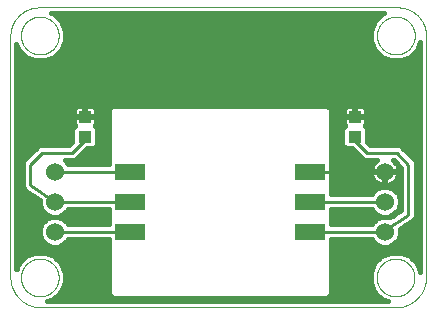
<source format=gtl>
G75*
%MOIN*%
%OFA0B0*%
%FSLAX25Y25*%
%IPPOS*%
%LPD*%
%AMOC8*
5,1,8,0,0,1.08239X$1,22.5*
%
%ADD10C,0.00000*%
%ADD11C,0.06000*%
%ADD12R,0.04331X0.03937*%
%ADD13R,0.10000X0.05512*%
%ADD14C,0.01000*%
%ADD15C,0.01600*%
%ADD16C,0.00984*%
D10*
X0012233Y0001485D02*
X0130343Y0001485D01*
X0124084Y0011485D02*
X0124086Y0011643D01*
X0124092Y0011801D01*
X0124102Y0011959D01*
X0124116Y0012117D01*
X0124134Y0012274D01*
X0124155Y0012431D01*
X0124181Y0012587D01*
X0124211Y0012743D01*
X0124244Y0012898D01*
X0124282Y0013051D01*
X0124323Y0013204D01*
X0124368Y0013356D01*
X0124417Y0013507D01*
X0124470Y0013656D01*
X0124526Y0013804D01*
X0124586Y0013950D01*
X0124650Y0014095D01*
X0124718Y0014238D01*
X0124789Y0014380D01*
X0124863Y0014520D01*
X0124941Y0014657D01*
X0125023Y0014793D01*
X0125107Y0014927D01*
X0125196Y0015058D01*
X0125287Y0015187D01*
X0125382Y0015314D01*
X0125479Y0015439D01*
X0125580Y0015561D01*
X0125684Y0015680D01*
X0125791Y0015797D01*
X0125901Y0015911D01*
X0126014Y0016022D01*
X0126129Y0016131D01*
X0126247Y0016236D01*
X0126368Y0016338D01*
X0126491Y0016438D01*
X0126617Y0016534D01*
X0126745Y0016627D01*
X0126875Y0016717D01*
X0127008Y0016803D01*
X0127143Y0016887D01*
X0127279Y0016966D01*
X0127418Y0017043D01*
X0127559Y0017115D01*
X0127701Y0017185D01*
X0127845Y0017250D01*
X0127991Y0017312D01*
X0128138Y0017370D01*
X0128287Y0017425D01*
X0128437Y0017476D01*
X0128588Y0017523D01*
X0128740Y0017566D01*
X0128893Y0017605D01*
X0129048Y0017641D01*
X0129203Y0017672D01*
X0129359Y0017700D01*
X0129515Y0017724D01*
X0129672Y0017744D01*
X0129830Y0017760D01*
X0129987Y0017772D01*
X0130146Y0017780D01*
X0130304Y0017784D01*
X0130462Y0017784D01*
X0130620Y0017780D01*
X0130779Y0017772D01*
X0130936Y0017760D01*
X0131094Y0017744D01*
X0131251Y0017724D01*
X0131407Y0017700D01*
X0131563Y0017672D01*
X0131718Y0017641D01*
X0131873Y0017605D01*
X0132026Y0017566D01*
X0132178Y0017523D01*
X0132329Y0017476D01*
X0132479Y0017425D01*
X0132628Y0017370D01*
X0132775Y0017312D01*
X0132921Y0017250D01*
X0133065Y0017185D01*
X0133207Y0017115D01*
X0133348Y0017043D01*
X0133487Y0016966D01*
X0133623Y0016887D01*
X0133758Y0016803D01*
X0133891Y0016717D01*
X0134021Y0016627D01*
X0134149Y0016534D01*
X0134275Y0016438D01*
X0134398Y0016338D01*
X0134519Y0016236D01*
X0134637Y0016131D01*
X0134752Y0016022D01*
X0134865Y0015911D01*
X0134975Y0015797D01*
X0135082Y0015680D01*
X0135186Y0015561D01*
X0135287Y0015439D01*
X0135384Y0015314D01*
X0135479Y0015187D01*
X0135570Y0015058D01*
X0135659Y0014927D01*
X0135743Y0014793D01*
X0135825Y0014657D01*
X0135903Y0014520D01*
X0135977Y0014380D01*
X0136048Y0014238D01*
X0136116Y0014095D01*
X0136180Y0013950D01*
X0136240Y0013804D01*
X0136296Y0013656D01*
X0136349Y0013507D01*
X0136398Y0013356D01*
X0136443Y0013204D01*
X0136484Y0013051D01*
X0136522Y0012898D01*
X0136555Y0012743D01*
X0136585Y0012587D01*
X0136611Y0012431D01*
X0136632Y0012274D01*
X0136650Y0012117D01*
X0136664Y0011959D01*
X0136674Y0011801D01*
X0136680Y0011643D01*
X0136682Y0011485D01*
X0136680Y0011327D01*
X0136674Y0011169D01*
X0136664Y0011011D01*
X0136650Y0010853D01*
X0136632Y0010696D01*
X0136611Y0010539D01*
X0136585Y0010383D01*
X0136555Y0010227D01*
X0136522Y0010072D01*
X0136484Y0009919D01*
X0136443Y0009766D01*
X0136398Y0009614D01*
X0136349Y0009463D01*
X0136296Y0009314D01*
X0136240Y0009166D01*
X0136180Y0009020D01*
X0136116Y0008875D01*
X0136048Y0008732D01*
X0135977Y0008590D01*
X0135903Y0008450D01*
X0135825Y0008313D01*
X0135743Y0008177D01*
X0135659Y0008043D01*
X0135570Y0007912D01*
X0135479Y0007783D01*
X0135384Y0007656D01*
X0135287Y0007531D01*
X0135186Y0007409D01*
X0135082Y0007290D01*
X0134975Y0007173D01*
X0134865Y0007059D01*
X0134752Y0006948D01*
X0134637Y0006839D01*
X0134519Y0006734D01*
X0134398Y0006632D01*
X0134275Y0006532D01*
X0134149Y0006436D01*
X0134021Y0006343D01*
X0133891Y0006253D01*
X0133758Y0006167D01*
X0133623Y0006083D01*
X0133487Y0006004D01*
X0133348Y0005927D01*
X0133207Y0005855D01*
X0133065Y0005785D01*
X0132921Y0005720D01*
X0132775Y0005658D01*
X0132628Y0005600D01*
X0132479Y0005545D01*
X0132329Y0005494D01*
X0132178Y0005447D01*
X0132026Y0005404D01*
X0131873Y0005365D01*
X0131718Y0005329D01*
X0131563Y0005298D01*
X0131407Y0005270D01*
X0131251Y0005246D01*
X0131094Y0005226D01*
X0130936Y0005210D01*
X0130779Y0005198D01*
X0130620Y0005190D01*
X0130462Y0005186D01*
X0130304Y0005186D01*
X0130146Y0005190D01*
X0129987Y0005198D01*
X0129830Y0005210D01*
X0129672Y0005226D01*
X0129515Y0005246D01*
X0129359Y0005270D01*
X0129203Y0005298D01*
X0129048Y0005329D01*
X0128893Y0005365D01*
X0128740Y0005404D01*
X0128588Y0005447D01*
X0128437Y0005494D01*
X0128287Y0005545D01*
X0128138Y0005600D01*
X0127991Y0005658D01*
X0127845Y0005720D01*
X0127701Y0005785D01*
X0127559Y0005855D01*
X0127418Y0005927D01*
X0127279Y0006004D01*
X0127143Y0006083D01*
X0127008Y0006167D01*
X0126875Y0006253D01*
X0126745Y0006343D01*
X0126617Y0006436D01*
X0126491Y0006532D01*
X0126368Y0006632D01*
X0126247Y0006734D01*
X0126129Y0006839D01*
X0126014Y0006948D01*
X0125901Y0007059D01*
X0125791Y0007173D01*
X0125684Y0007290D01*
X0125580Y0007409D01*
X0125479Y0007531D01*
X0125382Y0007656D01*
X0125287Y0007783D01*
X0125196Y0007912D01*
X0125107Y0008043D01*
X0125023Y0008177D01*
X0124941Y0008313D01*
X0124863Y0008450D01*
X0124789Y0008590D01*
X0124718Y0008732D01*
X0124650Y0008875D01*
X0124586Y0009020D01*
X0124526Y0009166D01*
X0124470Y0009314D01*
X0124417Y0009463D01*
X0124368Y0009614D01*
X0124323Y0009766D01*
X0124282Y0009919D01*
X0124244Y0010072D01*
X0124211Y0010227D01*
X0124181Y0010383D01*
X0124155Y0010539D01*
X0124134Y0010696D01*
X0124116Y0010853D01*
X0124102Y0011011D01*
X0124092Y0011169D01*
X0124086Y0011327D01*
X0124084Y0011485D01*
X0130343Y0001485D02*
X0130590Y0001488D01*
X0130838Y0001497D01*
X0131084Y0001512D01*
X0131331Y0001533D01*
X0131577Y0001560D01*
X0131822Y0001592D01*
X0132066Y0001631D01*
X0132310Y0001676D01*
X0132552Y0001726D01*
X0132793Y0001782D01*
X0133032Y0001845D01*
X0133270Y0001912D01*
X0133506Y0001986D01*
X0133740Y0002065D01*
X0133973Y0002150D01*
X0134203Y0002241D01*
X0134431Y0002337D01*
X0134656Y0002438D01*
X0134880Y0002545D01*
X0135100Y0002657D01*
X0135318Y0002775D01*
X0135532Y0002898D01*
X0135744Y0003026D01*
X0135952Y0003159D01*
X0136158Y0003297D01*
X0136360Y0003440D01*
X0136558Y0003588D01*
X0136753Y0003740D01*
X0136944Y0003897D01*
X0137131Y0004059D01*
X0137314Y0004225D01*
X0137493Y0004396D01*
X0137668Y0004571D01*
X0137839Y0004750D01*
X0138005Y0004933D01*
X0138167Y0005120D01*
X0138324Y0005311D01*
X0138476Y0005506D01*
X0138624Y0005704D01*
X0138767Y0005906D01*
X0138905Y0006112D01*
X0139038Y0006320D01*
X0139166Y0006532D01*
X0139289Y0006746D01*
X0139407Y0006964D01*
X0139519Y0007184D01*
X0139626Y0007408D01*
X0139727Y0007633D01*
X0139823Y0007861D01*
X0139914Y0008091D01*
X0139999Y0008324D01*
X0140078Y0008558D01*
X0140152Y0008794D01*
X0140219Y0009032D01*
X0140282Y0009271D01*
X0140338Y0009512D01*
X0140388Y0009754D01*
X0140433Y0009998D01*
X0140472Y0010242D01*
X0140504Y0010487D01*
X0140531Y0010733D01*
X0140552Y0010980D01*
X0140567Y0011226D01*
X0140576Y0011474D01*
X0140579Y0011721D01*
X0140580Y0011721D02*
X0140580Y0092036D01*
X0140579Y0092036D02*
X0140576Y0092266D01*
X0140568Y0092496D01*
X0140554Y0092726D01*
X0140534Y0092955D01*
X0140509Y0093184D01*
X0140479Y0093412D01*
X0140442Y0093639D01*
X0140401Y0093865D01*
X0140354Y0094091D01*
X0140301Y0094315D01*
X0140243Y0094537D01*
X0140180Y0094758D01*
X0140111Y0094978D01*
X0140037Y0095196D01*
X0139957Y0095412D01*
X0139873Y0095626D01*
X0139783Y0095838D01*
X0139688Y0096047D01*
X0139588Y0096255D01*
X0139484Y0096460D01*
X0139374Y0096662D01*
X0139259Y0096861D01*
X0139139Y0097058D01*
X0139015Y0097251D01*
X0138886Y0097442D01*
X0138753Y0097629D01*
X0138615Y0097814D01*
X0138472Y0097994D01*
X0138325Y0098171D01*
X0138174Y0098345D01*
X0138019Y0098515D01*
X0137860Y0098681D01*
X0137697Y0098843D01*
X0137529Y0099001D01*
X0137358Y0099155D01*
X0137184Y0099305D01*
X0137006Y0099451D01*
X0136824Y0099592D01*
X0136639Y0099728D01*
X0136450Y0099861D01*
X0136259Y0099988D01*
X0136064Y0100111D01*
X0135867Y0100229D01*
X0135667Y0100342D01*
X0135464Y0100451D01*
X0135258Y0100554D01*
X0135050Y0100653D01*
X0134840Y0100746D01*
X0134627Y0100834D01*
X0134413Y0100917D01*
X0134196Y0100995D01*
X0133978Y0101068D01*
X0133758Y0101135D01*
X0133536Y0101197D01*
X0133313Y0101253D01*
X0133089Y0101304D01*
X0132863Y0101350D01*
X0132636Y0101390D01*
X0132409Y0101424D01*
X0132181Y0101453D01*
X0131952Y0101477D01*
X0131722Y0101495D01*
X0131493Y0101507D01*
X0131263Y0101514D01*
X0131032Y0101515D01*
X0130802Y0101510D01*
X0130572Y0101500D01*
X0130343Y0101485D01*
X0011446Y0101485D01*
X0005501Y0092115D02*
X0005503Y0092273D01*
X0005509Y0092431D01*
X0005519Y0092589D01*
X0005533Y0092747D01*
X0005551Y0092904D01*
X0005572Y0093061D01*
X0005598Y0093217D01*
X0005628Y0093373D01*
X0005661Y0093528D01*
X0005699Y0093681D01*
X0005740Y0093834D01*
X0005785Y0093986D01*
X0005834Y0094137D01*
X0005887Y0094286D01*
X0005943Y0094434D01*
X0006003Y0094580D01*
X0006067Y0094725D01*
X0006135Y0094868D01*
X0006206Y0095010D01*
X0006280Y0095150D01*
X0006358Y0095287D01*
X0006440Y0095423D01*
X0006524Y0095557D01*
X0006613Y0095688D01*
X0006704Y0095817D01*
X0006799Y0095944D01*
X0006896Y0096069D01*
X0006997Y0096191D01*
X0007101Y0096310D01*
X0007208Y0096427D01*
X0007318Y0096541D01*
X0007431Y0096652D01*
X0007546Y0096761D01*
X0007664Y0096866D01*
X0007785Y0096968D01*
X0007908Y0097068D01*
X0008034Y0097164D01*
X0008162Y0097257D01*
X0008292Y0097347D01*
X0008425Y0097433D01*
X0008560Y0097517D01*
X0008696Y0097596D01*
X0008835Y0097673D01*
X0008976Y0097745D01*
X0009118Y0097815D01*
X0009262Y0097880D01*
X0009408Y0097942D01*
X0009555Y0098000D01*
X0009704Y0098055D01*
X0009854Y0098106D01*
X0010005Y0098153D01*
X0010157Y0098196D01*
X0010310Y0098235D01*
X0010465Y0098271D01*
X0010620Y0098302D01*
X0010776Y0098330D01*
X0010932Y0098354D01*
X0011089Y0098374D01*
X0011247Y0098390D01*
X0011404Y0098402D01*
X0011563Y0098410D01*
X0011721Y0098414D01*
X0011879Y0098414D01*
X0012037Y0098410D01*
X0012196Y0098402D01*
X0012353Y0098390D01*
X0012511Y0098374D01*
X0012668Y0098354D01*
X0012824Y0098330D01*
X0012980Y0098302D01*
X0013135Y0098271D01*
X0013290Y0098235D01*
X0013443Y0098196D01*
X0013595Y0098153D01*
X0013746Y0098106D01*
X0013896Y0098055D01*
X0014045Y0098000D01*
X0014192Y0097942D01*
X0014338Y0097880D01*
X0014482Y0097815D01*
X0014624Y0097745D01*
X0014765Y0097673D01*
X0014904Y0097596D01*
X0015040Y0097517D01*
X0015175Y0097433D01*
X0015308Y0097347D01*
X0015438Y0097257D01*
X0015566Y0097164D01*
X0015692Y0097068D01*
X0015815Y0096968D01*
X0015936Y0096866D01*
X0016054Y0096761D01*
X0016169Y0096652D01*
X0016282Y0096541D01*
X0016392Y0096427D01*
X0016499Y0096310D01*
X0016603Y0096191D01*
X0016704Y0096069D01*
X0016801Y0095944D01*
X0016896Y0095817D01*
X0016987Y0095688D01*
X0017076Y0095557D01*
X0017160Y0095423D01*
X0017242Y0095287D01*
X0017320Y0095150D01*
X0017394Y0095010D01*
X0017465Y0094868D01*
X0017533Y0094725D01*
X0017597Y0094580D01*
X0017657Y0094434D01*
X0017713Y0094286D01*
X0017766Y0094137D01*
X0017815Y0093986D01*
X0017860Y0093834D01*
X0017901Y0093681D01*
X0017939Y0093528D01*
X0017972Y0093373D01*
X0018002Y0093217D01*
X0018028Y0093061D01*
X0018049Y0092904D01*
X0018067Y0092747D01*
X0018081Y0092589D01*
X0018091Y0092431D01*
X0018097Y0092273D01*
X0018099Y0092115D01*
X0018097Y0091957D01*
X0018091Y0091799D01*
X0018081Y0091641D01*
X0018067Y0091483D01*
X0018049Y0091326D01*
X0018028Y0091169D01*
X0018002Y0091013D01*
X0017972Y0090857D01*
X0017939Y0090702D01*
X0017901Y0090549D01*
X0017860Y0090396D01*
X0017815Y0090244D01*
X0017766Y0090093D01*
X0017713Y0089944D01*
X0017657Y0089796D01*
X0017597Y0089650D01*
X0017533Y0089505D01*
X0017465Y0089362D01*
X0017394Y0089220D01*
X0017320Y0089080D01*
X0017242Y0088943D01*
X0017160Y0088807D01*
X0017076Y0088673D01*
X0016987Y0088542D01*
X0016896Y0088413D01*
X0016801Y0088286D01*
X0016704Y0088161D01*
X0016603Y0088039D01*
X0016499Y0087920D01*
X0016392Y0087803D01*
X0016282Y0087689D01*
X0016169Y0087578D01*
X0016054Y0087469D01*
X0015936Y0087364D01*
X0015815Y0087262D01*
X0015692Y0087162D01*
X0015566Y0087066D01*
X0015438Y0086973D01*
X0015308Y0086883D01*
X0015175Y0086797D01*
X0015040Y0086713D01*
X0014904Y0086634D01*
X0014765Y0086557D01*
X0014624Y0086485D01*
X0014482Y0086415D01*
X0014338Y0086350D01*
X0014192Y0086288D01*
X0014045Y0086230D01*
X0013896Y0086175D01*
X0013746Y0086124D01*
X0013595Y0086077D01*
X0013443Y0086034D01*
X0013290Y0085995D01*
X0013135Y0085959D01*
X0012980Y0085928D01*
X0012824Y0085900D01*
X0012668Y0085876D01*
X0012511Y0085856D01*
X0012353Y0085840D01*
X0012196Y0085828D01*
X0012037Y0085820D01*
X0011879Y0085816D01*
X0011721Y0085816D01*
X0011563Y0085820D01*
X0011404Y0085828D01*
X0011247Y0085840D01*
X0011089Y0085856D01*
X0010932Y0085876D01*
X0010776Y0085900D01*
X0010620Y0085928D01*
X0010465Y0085959D01*
X0010310Y0085995D01*
X0010157Y0086034D01*
X0010005Y0086077D01*
X0009854Y0086124D01*
X0009704Y0086175D01*
X0009555Y0086230D01*
X0009408Y0086288D01*
X0009262Y0086350D01*
X0009118Y0086415D01*
X0008976Y0086485D01*
X0008835Y0086557D01*
X0008696Y0086634D01*
X0008560Y0086713D01*
X0008425Y0086797D01*
X0008292Y0086883D01*
X0008162Y0086973D01*
X0008034Y0087066D01*
X0007908Y0087162D01*
X0007785Y0087262D01*
X0007664Y0087364D01*
X0007546Y0087469D01*
X0007431Y0087578D01*
X0007318Y0087689D01*
X0007208Y0087803D01*
X0007101Y0087920D01*
X0006997Y0088039D01*
X0006896Y0088161D01*
X0006799Y0088286D01*
X0006704Y0088413D01*
X0006613Y0088542D01*
X0006524Y0088673D01*
X0006440Y0088807D01*
X0006358Y0088943D01*
X0006280Y0089080D01*
X0006206Y0089220D01*
X0006135Y0089362D01*
X0006067Y0089505D01*
X0006003Y0089650D01*
X0005943Y0089796D01*
X0005887Y0089944D01*
X0005834Y0090093D01*
X0005785Y0090244D01*
X0005740Y0090396D01*
X0005699Y0090549D01*
X0005661Y0090702D01*
X0005628Y0090857D01*
X0005598Y0091013D01*
X0005572Y0091169D01*
X0005551Y0091326D01*
X0005533Y0091483D01*
X0005519Y0091641D01*
X0005509Y0091799D01*
X0005503Y0091957D01*
X0005501Y0092115D01*
X0001997Y0092036D02*
X0001997Y0011721D01*
X0005501Y0011485D02*
X0005503Y0011643D01*
X0005509Y0011801D01*
X0005519Y0011959D01*
X0005533Y0012117D01*
X0005551Y0012274D01*
X0005572Y0012431D01*
X0005598Y0012587D01*
X0005628Y0012743D01*
X0005661Y0012898D01*
X0005699Y0013051D01*
X0005740Y0013204D01*
X0005785Y0013356D01*
X0005834Y0013507D01*
X0005887Y0013656D01*
X0005943Y0013804D01*
X0006003Y0013950D01*
X0006067Y0014095D01*
X0006135Y0014238D01*
X0006206Y0014380D01*
X0006280Y0014520D01*
X0006358Y0014657D01*
X0006440Y0014793D01*
X0006524Y0014927D01*
X0006613Y0015058D01*
X0006704Y0015187D01*
X0006799Y0015314D01*
X0006896Y0015439D01*
X0006997Y0015561D01*
X0007101Y0015680D01*
X0007208Y0015797D01*
X0007318Y0015911D01*
X0007431Y0016022D01*
X0007546Y0016131D01*
X0007664Y0016236D01*
X0007785Y0016338D01*
X0007908Y0016438D01*
X0008034Y0016534D01*
X0008162Y0016627D01*
X0008292Y0016717D01*
X0008425Y0016803D01*
X0008560Y0016887D01*
X0008696Y0016966D01*
X0008835Y0017043D01*
X0008976Y0017115D01*
X0009118Y0017185D01*
X0009262Y0017250D01*
X0009408Y0017312D01*
X0009555Y0017370D01*
X0009704Y0017425D01*
X0009854Y0017476D01*
X0010005Y0017523D01*
X0010157Y0017566D01*
X0010310Y0017605D01*
X0010465Y0017641D01*
X0010620Y0017672D01*
X0010776Y0017700D01*
X0010932Y0017724D01*
X0011089Y0017744D01*
X0011247Y0017760D01*
X0011404Y0017772D01*
X0011563Y0017780D01*
X0011721Y0017784D01*
X0011879Y0017784D01*
X0012037Y0017780D01*
X0012196Y0017772D01*
X0012353Y0017760D01*
X0012511Y0017744D01*
X0012668Y0017724D01*
X0012824Y0017700D01*
X0012980Y0017672D01*
X0013135Y0017641D01*
X0013290Y0017605D01*
X0013443Y0017566D01*
X0013595Y0017523D01*
X0013746Y0017476D01*
X0013896Y0017425D01*
X0014045Y0017370D01*
X0014192Y0017312D01*
X0014338Y0017250D01*
X0014482Y0017185D01*
X0014624Y0017115D01*
X0014765Y0017043D01*
X0014904Y0016966D01*
X0015040Y0016887D01*
X0015175Y0016803D01*
X0015308Y0016717D01*
X0015438Y0016627D01*
X0015566Y0016534D01*
X0015692Y0016438D01*
X0015815Y0016338D01*
X0015936Y0016236D01*
X0016054Y0016131D01*
X0016169Y0016022D01*
X0016282Y0015911D01*
X0016392Y0015797D01*
X0016499Y0015680D01*
X0016603Y0015561D01*
X0016704Y0015439D01*
X0016801Y0015314D01*
X0016896Y0015187D01*
X0016987Y0015058D01*
X0017076Y0014927D01*
X0017160Y0014793D01*
X0017242Y0014657D01*
X0017320Y0014520D01*
X0017394Y0014380D01*
X0017465Y0014238D01*
X0017533Y0014095D01*
X0017597Y0013950D01*
X0017657Y0013804D01*
X0017713Y0013656D01*
X0017766Y0013507D01*
X0017815Y0013356D01*
X0017860Y0013204D01*
X0017901Y0013051D01*
X0017939Y0012898D01*
X0017972Y0012743D01*
X0018002Y0012587D01*
X0018028Y0012431D01*
X0018049Y0012274D01*
X0018067Y0012117D01*
X0018081Y0011959D01*
X0018091Y0011801D01*
X0018097Y0011643D01*
X0018099Y0011485D01*
X0018097Y0011327D01*
X0018091Y0011169D01*
X0018081Y0011011D01*
X0018067Y0010853D01*
X0018049Y0010696D01*
X0018028Y0010539D01*
X0018002Y0010383D01*
X0017972Y0010227D01*
X0017939Y0010072D01*
X0017901Y0009919D01*
X0017860Y0009766D01*
X0017815Y0009614D01*
X0017766Y0009463D01*
X0017713Y0009314D01*
X0017657Y0009166D01*
X0017597Y0009020D01*
X0017533Y0008875D01*
X0017465Y0008732D01*
X0017394Y0008590D01*
X0017320Y0008450D01*
X0017242Y0008313D01*
X0017160Y0008177D01*
X0017076Y0008043D01*
X0016987Y0007912D01*
X0016896Y0007783D01*
X0016801Y0007656D01*
X0016704Y0007531D01*
X0016603Y0007409D01*
X0016499Y0007290D01*
X0016392Y0007173D01*
X0016282Y0007059D01*
X0016169Y0006948D01*
X0016054Y0006839D01*
X0015936Y0006734D01*
X0015815Y0006632D01*
X0015692Y0006532D01*
X0015566Y0006436D01*
X0015438Y0006343D01*
X0015308Y0006253D01*
X0015175Y0006167D01*
X0015040Y0006083D01*
X0014904Y0006004D01*
X0014765Y0005927D01*
X0014624Y0005855D01*
X0014482Y0005785D01*
X0014338Y0005720D01*
X0014192Y0005658D01*
X0014045Y0005600D01*
X0013896Y0005545D01*
X0013746Y0005494D01*
X0013595Y0005447D01*
X0013443Y0005404D01*
X0013290Y0005365D01*
X0013135Y0005329D01*
X0012980Y0005298D01*
X0012824Y0005270D01*
X0012668Y0005246D01*
X0012511Y0005226D01*
X0012353Y0005210D01*
X0012196Y0005198D01*
X0012037Y0005190D01*
X0011879Y0005186D01*
X0011721Y0005186D01*
X0011563Y0005190D01*
X0011404Y0005198D01*
X0011247Y0005210D01*
X0011089Y0005226D01*
X0010932Y0005246D01*
X0010776Y0005270D01*
X0010620Y0005298D01*
X0010465Y0005329D01*
X0010310Y0005365D01*
X0010157Y0005404D01*
X0010005Y0005447D01*
X0009854Y0005494D01*
X0009704Y0005545D01*
X0009555Y0005600D01*
X0009408Y0005658D01*
X0009262Y0005720D01*
X0009118Y0005785D01*
X0008976Y0005855D01*
X0008835Y0005927D01*
X0008696Y0006004D01*
X0008560Y0006083D01*
X0008425Y0006167D01*
X0008292Y0006253D01*
X0008162Y0006343D01*
X0008034Y0006436D01*
X0007908Y0006532D01*
X0007785Y0006632D01*
X0007664Y0006734D01*
X0007546Y0006839D01*
X0007431Y0006948D01*
X0007318Y0007059D01*
X0007208Y0007173D01*
X0007101Y0007290D01*
X0006997Y0007409D01*
X0006896Y0007531D01*
X0006799Y0007656D01*
X0006704Y0007783D01*
X0006613Y0007912D01*
X0006524Y0008043D01*
X0006440Y0008177D01*
X0006358Y0008313D01*
X0006280Y0008450D01*
X0006206Y0008590D01*
X0006135Y0008732D01*
X0006067Y0008875D01*
X0006003Y0009020D01*
X0005943Y0009166D01*
X0005887Y0009314D01*
X0005834Y0009463D01*
X0005785Y0009614D01*
X0005740Y0009766D01*
X0005699Y0009919D01*
X0005661Y0010072D01*
X0005628Y0010227D01*
X0005598Y0010383D01*
X0005572Y0010539D01*
X0005551Y0010696D01*
X0005533Y0010853D01*
X0005519Y0011011D01*
X0005509Y0011169D01*
X0005503Y0011327D01*
X0005501Y0011485D01*
X0001997Y0011721D02*
X0002000Y0011474D01*
X0002009Y0011226D01*
X0002024Y0010980D01*
X0002045Y0010733D01*
X0002072Y0010487D01*
X0002104Y0010242D01*
X0002143Y0009998D01*
X0002188Y0009754D01*
X0002238Y0009512D01*
X0002294Y0009271D01*
X0002357Y0009032D01*
X0002424Y0008794D01*
X0002498Y0008558D01*
X0002577Y0008324D01*
X0002662Y0008091D01*
X0002753Y0007861D01*
X0002849Y0007633D01*
X0002950Y0007408D01*
X0003057Y0007184D01*
X0003169Y0006964D01*
X0003287Y0006746D01*
X0003410Y0006532D01*
X0003538Y0006320D01*
X0003671Y0006112D01*
X0003809Y0005906D01*
X0003952Y0005704D01*
X0004100Y0005506D01*
X0004252Y0005311D01*
X0004409Y0005120D01*
X0004571Y0004933D01*
X0004737Y0004750D01*
X0004908Y0004571D01*
X0005083Y0004396D01*
X0005262Y0004225D01*
X0005445Y0004059D01*
X0005632Y0003897D01*
X0005823Y0003740D01*
X0006018Y0003588D01*
X0006216Y0003440D01*
X0006418Y0003297D01*
X0006624Y0003159D01*
X0006832Y0003026D01*
X0007044Y0002898D01*
X0007258Y0002775D01*
X0007476Y0002657D01*
X0007696Y0002545D01*
X0007920Y0002438D01*
X0008145Y0002337D01*
X0008373Y0002241D01*
X0008603Y0002150D01*
X0008836Y0002065D01*
X0009070Y0001986D01*
X0009306Y0001912D01*
X0009544Y0001845D01*
X0009783Y0001782D01*
X0010024Y0001726D01*
X0010266Y0001676D01*
X0010510Y0001631D01*
X0010754Y0001592D01*
X0010999Y0001560D01*
X0011245Y0001533D01*
X0011492Y0001512D01*
X0011738Y0001497D01*
X0011986Y0001488D01*
X0012233Y0001485D01*
X0001997Y0092036D02*
X0002000Y0092264D01*
X0002008Y0092493D01*
X0002022Y0092720D01*
X0002041Y0092948D01*
X0002066Y0093175D01*
X0002096Y0093401D01*
X0002132Y0093627D01*
X0002173Y0093851D01*
X0002220Y0094075D01*
X0002272Y0094297D01*
X0002329Y0094518D01*
X0002392Y0094738D01*
X0002459Y0094956D01*
X0002533Y0095172D01*
X0002611Y0095387D01*
X0002695Y0095599D01*
X0002783Y0095810D01*
X0002877Y0096018D01*
X0002976Y0096224D01*
X0003079Y0096427D01*
X0003188Y0096628D01*
X0003301Y0096826D01*
X0003419Y0097022D01*
X0003542Y0097214D01*
X0003670Y0097404D01*
X0003802Y0097590D01*
X0003938Y0097773D01*
X0004079Y0097953D01*
X0004224Y0098129D01*
X0004373Y0098302D01*
X0004527Y0098471D01*
X0004684Y0098636D01*
X0004846Y0098798D01*
X0005011Y0098955D01*
X0005180Y0099109D01*
X0005353Y0099258D01*
X0005529Y0099403D01*
X0005709Y0099544D01*
X0005892Y0099680D01*
X0006078Y0099812D01*
X0006268Y0099940D01*
X0006460Y0100063D01*
X0006656Y0100181D01*
X0006854Y0100294D01*
X0007055Y0100403D01*
X0007258Y0100506D01*
X0007464Y0100605D01*
X0007672Y0100699D01*
X0007883Y0100787D01*
X0008095Y0100871D01*
X0008310Y0100949D01*
X0008526Y0101023D01*
X0008744Y0101090D01*
X0008964Y0101153D01*
X0009185Y0101210D01*
X0009407Y0101262D01*
X0009631Y0101309D01*
X0009855Y0101350D01*
X0010081Y0101386D01*
X0010307Y0101416D01*
X0010534Y0101441D01*
X0010762Y0101460D01*
X0010989Y0101474D01*
X0011218Y0101482D01*
X0011446Y0101485D01*
X0124202Y0092115D02*
X0124204Y0092273D01*
X0124210Y0092431D01*
X0124220Y0092589D01*
X0124234Y0092747D01*
X0124252Y0092904D01*
X0124273Y0093061D01*
X0124299Y0093217D01*
X0124329Y0093373D01*
X0124362Y0093528D01*
X0124400Y0093681D01*
X0124441Y0093834D01*
X0124486Y0093986D01*
X0124535Y0094137D01*
X0124588Y0094286D01*
X0124644Y0094434D01*
X0124704Y0094580D01*
X0124768Y0094725D01*
X0124836Y0094868D01*
X0124907Y0095010D01*
X0124981Y0095150D01*
X0125059Y0095287D01*
X0125141Y0095423D01*
X0125225Y0095557D01*
X0125314Y0095688D01*
X0125405Y0095817D01*
X0125500Y0095944D01*
X0125597Y0096069D01*
X0125698Y0096191D01*
X0125802Y0096310D01*
X0125909Y0096427D01*
X0126019Y0096541D01*
X0126132Y0096652D01*
X0126247Y0096761D01*
X0126365Y0096866D01*
X0126486Y0096968D01*
X0126609Y0097068D01*
X0126735Y0097164D01*
X0126863Y0097257D01*
X0126993Y0097347D01*
X0127126Y0097433D01*
X0127261Y0097517D01*
X0127397Y0097596D01*
X0127536Y0097673D01*
X0127677Y0097745D01*
X0127819Y0097815D01*
X0127963Y0097880D01*
X0128109Y0097942D01*
X0128256Y0098000D01*
X0128405Y0098055D01*
X0128555Y0098106D01*
X0128706Y0098153D01*
X0128858Y0098196D01*
X0129011Y0098235D01*
X0129166Y0098271D01*
X0129321Y0098302D01*
X0129477Y0098330D01*
X0129633Y0098354D01*
X0129790Y0098374D01*
X0129948Y0098390D01*
X0130105Y0098402D01*
X0130264Y0098410D01*
X0130422Y0098414D01*
X0130580Y0098414D01*
X0130738Y0098410D01*
X0130897Y0098402D01*
X0131054Y0098390D01*
X0131212Y0098374D01*
X0131369Y0098354D01*
X0131525Y0098330D01*
X0131681Y0098302D01*
X0131836Y0098271D01*
X0131991Y0098235D01*
X0132144Y0098196D01*
X0132296Y0098153D01*
X0132447Y0098106D01*
X0132597Y0098055D01*
X0132746Y0098000D01*
X0132893Y0097942D01*
X0133039Y0097880D01*
X0133183Y0097815D01*
X0133325Y0097745D01*
X0133466Y0097673D01*
X0133605Y0097596D01*
X0133741Y0097517D01*
X0133876Y0097433D01*
X0134009Y0097347D01*
X0134139Y0097257D01*
X0134267Y0097164D01*
X0134393Y0097068D01*
X0134516Y0096968D01*
X0134637Y0096866D01*
X0134755Y0096761D01*
X0134870Y0096652D01*
X0134983Y0096541D01*
X0135093Y0096427D01*
X0135200Y0096310D01*
X0135304Y0096191D01*
X0135405Y0096069D01*
X0135502Y0095944D01*
X0135597Y0095817D01*
X0135688Y0095688D01*
X0135777Y0095557D01*
X0135861Y0095423D01*
X0135943Y0095287D01*
X0136021Y0095150D01*
X0136095Y0095010D01*
X0136166Y0094868D01*
X0136234Y0094725D01*
X0136298Y0094580D01*
X0136358Y0094434D01*
X0136414Y0094286D01*
X0136467Y0094137D01*
X0136516Y0093986D01*
X0136561Y0093834D01*
X0136602Y0093681D01*
X0136640Y0093528D01*
X0136673Y0093373D01*
X0136703Y0093217D01*
X0136729Y0093061D01*
X0136750Y0092904D01*
X0136768Y0092747D01*
X0136782Y0092589D01*
X0136792Y0092431D01*
X0136798Y0092273D01*
X0136800Y0092115D01*
X0136798Y0091957D01*
X0136792Y0091799D01*
X0136782Y0091641D01*
X0136768Y0091483D01*
X0136750Y0091326D01*
X0136729Y0091169D01*
X0136703Y0091013D01*
X0136673Y0090857D01*
X0136640Y0090702D01*
X0136602Y0090549D01*
X0136561Y0090396D01*
X0136516Y0090244D01*
X0136467Y0090093D01*
X0136414Y0089944D01*
X0136358Y0089796D01*
X0136298Y0089650D01*
X0136234Y0089505D01*
X0136166Y0089362D01*
X0136095Y0089220D01*
X0136021Y0089080D01*
X0135943Y0088943D01*
X0135861Y0088807D01*
X0135777Y0088673D01*
X0135688Y0088542D01*
X0135597Y0088413D01*
X0135502Y0088286D01*
X0135405Y0088161D01*
X0135304Y0088039D01*
X0135200Y0087920D01*
X0135093Y0087803D01*
X0134983Y0087689D01*
X0134870Y0087578D01*
X0134755Y0087469D01*
X0134637Y0087364D01*
X0134516Y0087262D01*
X0134393Y0087162D01*
X0134267Y0087066D01*
X0134139Y0086973D01*
X0134009Y0086883D01*
X0133876Y0086797D01*
X0133741Y0086713D01*
X0133605Y0086634D01*
X0133466Y0086557D01*
X0133325Y0086485D01*
X0133183Y0086415D01*
X0133039Y0086350D01*
X0132893Y0086288D01*
X0132746Y0086230D01*
X0132597Y0086175D01*
X0132447Y0086124D01*
X0132296Y0086077D01*
X0132144Y0086034D01*
X0131991Y0085995D01*
X0131836Y0085959D01*
X0131681Y0085928D01*
X0131525Y0085900D01*
X0131369Y0085876D01*
X0131212Y0085856D01*
X0131054Y0085840D01*
X0130897Y0085828D01*
X0130738Y0085820D01*
X0130580Y0085816D01*
X0130422Y0085816D01*
X0130264Y0085820D01*
X0130105Y0085828D01*
X0129948Y0085840D01*
X0129790Y0085856D01*
X0129633Y0085876D01*
X0129477Y0085900D01*
X0129321Y0085928D01*
X0129166Y0085959D01*
X0129011Y0085995D01*
X0128858Y0086034D01*
X0128706Y0086077D01*
X0128555Y0086124D01*
X0128405Y0086175D01*
X0128256Y0086230D01*
X0128109Y0086288D01*
X0127963Y0086350D01*
X0127819Y0086415D01*
X0127677Y0086485D01*
X0127536Y0086557D01*
X0127397Y0086634D01*
X0127261Y0086713D01*
X0127126Y0086797D01*
X0126993Y0086883D01*
X0126863Y0086973D01*
X0126735Y0087066D01*
X0126609Y0087162D01*
X0126486Y0087262D01*
X0126365Y0087364D01*
X0126247Y0087469D01*
X0126132Y0087578D01*
X0126019Y0087689D01*
X0125909Y0087803D01*
X0125802Y0087920D01*
X0125698Y0088039D01*
X0125597Y0088161D01*
X0125500Y0088286D01*
X0125405Y0088413D01*
X0125314Y0088542D01*
X0125225Y0088673D01*
X0125141Y0088807D01*
X0125059Y0088943D01*
X0124981Y0089080D01*
X0124907Y0089220D01*
X0124836Y0089362D01*
X0124768Y0089505D01*
X0124704Y0089650D01*
X0124644Y0089796D01*
X0124588Y0089944D01*
X0124535Y0090093D01*
X0124486Y0090244D01*
X0124441Y0090396D01*
X0124400Y0090549D01*
X0124362Y0090702D01*
X0124329Y0090857D01*
X0124299Y0091013D01*
X0124273Y0091169D01*
X0124252Y0091326D01*
X0124234Y0091483D01*
X0124220Y0091641D01*
X0124210Y0091799D01*
X0124204Y0091957D01*
X0124202Y0092115D01*
D11*
X0126800Y0046800D03*
X0126800Y0036800D03*
X0126800Y0026800D03*
X0016800Y0026800D03*
X0016800Y0036800D03*
X0016800Y0046800D03*
D12*
X0026800Y0058454D03*
X0026800Y0065146D03*
X0116800Y0065146D03*
X0116800Y0058454D03*
D13*
X0101761Y0046800D03*
X0101761Y0036800D03*
X0101761Y0026800D03*
X0041839Y0026800D03*
X0041839Y0036800D03*
X0041839Y0046800D03*
D14*
X0040186Y0047154D01*
X0040186Y0036918D02*
X0041839Y0036800D01*
X0022469Y0053060D02*
X0012627Y0053060D01*
X0008690Y0049123D01*
X0008690Y0042312D01*
X0022469Y0053060D02*
X0026406Y0056997D01*
X0026800Y0058454D01*
X0028375Y0064871D02*
X0026800Y0065146D01*
X0101209Y0047154D02*
X0101761Y0046800D01*
X0103178Y0047154D01*
X0103178Y0037312D02*
X0101761Y0036800D01*
X0103178Y0027469D02*
X0101761Y0026800D01*
X0126800Y0027469D02*
X0134674Y0032469D01*
X0134674Y0049123D01*
X0130737Y0053060D01*
X0120894Y0053060D01*
X0116957Y0056997D01*
X0116800Y0058454D01*
X0114989Y0064871D02*
X0116800Y0065146D01*
X0115146Y0065146D01*
D15*
X0116616Y0065331D02*
X0116616Y0064962D01*
X0113047Y0064962D01*
X0113047Y0062969D01*
X0113155Y0062565D01*
X0113364Y0062203D01*
X0113476Y0062092D01*
X0112635Y0061250D01*
X0112635Y0055657D01*
X0113806Y0054485D01*
X0115934Y0054485D01*
X0118775Y0051644D01*
X0119478Y0050940D01*
X0120397Y0050560D01*
X0124170Y0050560D01*
X0123812Y0050299D01*
X0123301Y0049788D01*
X0122877Y0049204D01*
X0122549Y0048561D01*
X0122326Y0047874D01*
X0122213Y0047161D01*
X0122213Y0047000D01*
X0126600Y0047000D01*
X0126600Y0046600D01*
X0127000Y0046600D01*
X0127000Y0047000D01*
X0131387Y0047000D01*
X0131387Y0047161D01*
X0131274Y0047874D01*
X0131051Y0048561D01*
X0130723Y0049204D01*
X0130299Y0049788D01*
X0129788Y0050299D01*
X0129430Y0050560D01*
X0129701Y0050560D01*
X0132174Y0048087D01*
X0132174Y0033843D01*
X0128498Y0031509D01*
X0127795Y0031800D01*
X0129632Y0032561D01*
X0131039Y0033968D01*
X0131800Y0035805D01*
X0131800Y0037795D01*
X0131039Y0039632D01*
X0129632Y0041039D01*
X0127795Y0041800D01*
X0125805Y0041800D01*
X0123968Y0041039D01*
X0122561Y0039632D01*
X0122420Y0039292D01*
X0108800Y0039292D01*
X0108800Y0067628D01*
X0107628Y0068800D01*
X0035972Y0068800D01*
X0034800Y0067628D01*
X0034800Y0049292D01*
X0021180Y0049292D01*
X0021039Y0049632D01*
X0020111Y0050560D01*
X0022967Y0050560D01*
X0023885Y0050940D01*
X0024589Y0051644D01*
X0027430Y0054485D01*
X0029794Y0054485D01*
X0030965Y0055657D01*
X0030965Y0061250D01*
X0030124Y0062092D01*
X0030236Y0062203D01*
X0030445Y0062565D01*
X0030553Y0062969D01*
X0030553Y0064962D01*
X0026984Y0064962D01*
X0026984Y0065331D01*
X0026616Y0065331D01*
X0026616Y0068702D01*
X0024426Y0068702D01*
X0024022Y0068594D01*
X0023660Y0068385D01*
X0023364Y0068090D01*
X0023155Y0067728D01*
X0023047Y0067324D01*
X0023047Y0065331D01*
X0026616Y0065331D01*
X0026616Y0064962D01*
X0023047Y0064962D01*
X0023047Y0062969D01*
X0023155Y0062565D01*
X0023364Y0062203D01*
X0023476Y0062092D01*
X0022635Y0061250D01*
X0022635Y0056761D01*
X0021434Y0055560D01*
X0012129Y0055560D01*
X0011211Y0055179D01*
X0007274Y0051242D01*
X0007274Y0051242D01*
X0006570Y0050539D01*
X0006190Y0049620D01*
X0006190Y0042529D01*
X0006149Y0042332D01*
X0006190Y0042118D01*
X0006190Y0041815D01*
X0006297Y0041556D01*
X0006335Y0041358D01*
X0006454Y0041176D01*
X0006570Y0040896D01*
X0006768Y0040698D01*
X0006879Y0040529D01*
X0007059Y0040407D01*
X0007274Y0040192D01*
X0007532Y0040085D01*
X0011800Y0037185D01*
X0011800Y0035805D01*
X0012561Y0033968D01*
X0013968Y0032561D01*
X0015805Y0031800D01*
X0013968Y0031039D01*
X0012561Y0029632D01*
X0011800Y0027795D01*
X0011800Y0025805D01*
X0012561Y0023968D01*
X0013968Y0022561D01*
X0015805Y0021800D01*
X0017795Y0021800D01*
X0019632Y0022561D01*
X0021039Y0023968D01*
X0021180Y0024308D01*
X0034800Y0024308D01*
X0034800Y0005972D01*
X0035972Y0004800D01*
X0107628Y0004800D01*
X0108800Y0005972D01*
X0108800Y0024308D01*
X0122420Y0024308D01*
X0122561Y0023968D01*
X0123968Y0022561D01*
X0125805Y0021800D01*
X0127795Y0021800D01*
X0129632Y0022561D01*
X0131039Y0023968D01*
X0131800Y0025805D01*
X0131800Y0027683D01*
X0135831Y0030243D01*
X0136090Y0030350D01*
X0136247Y0030507D01*
X0136434Y0030625D01*
X0136595Y0030855D01*
X0136793Y0031053D01*
X0136878Y0031258D01*
X0137006Y0031439D01*
X0137067Y0031713D01*
X0137174Y0031972D01*
X0137174Y0032194D01*
X0137222Y0032410D01*
X0137174Y0032686D01*
X0137174Y0049620D01*
X0136793Y0050539D01*
X0136090Y0051242D01*
X0138580Y0051242D01*
X0138580Y0049644D02*
X0137164Y0049644D01*
X0137174Y0048045D02*
X0138580Y0048045D01*
X0138580Y0046447D02*
X0137174Y0046447D01*
X0137174Y0044848D02*
X0138580Y0044848D01*
X0138580Y0043250D02*
X0137174Y0043250D01*
X0137174Y0041651D02*
X0138580Y0041651D01*
X0138580Y0040053D02*
X0137174Y0040053D01*
X0137174Y0038454D02*
X0138580Y0038454D01*
X0138580Y0036856D02*
X0137174Y0036856D01*
X0137174Y0035257D02*
X0138580Y0035257D01*
X0138580Y0033659D02*
X0137174Y0033659D01*
X0137174Y0032060D02*
X0138580Y0032060D01*
X0138580Y0030462D02*
X0136202Y0030462D01*
X0138580Y0028863D02*
X0133659Y0028863D01*
X0131800Y0027265D02*
X0138580Y0027265D01*
X0138580Y0025666D02*
X0131742Y0025666D01*
X0131080Y0024068D02*
X0138580Y0024068D01*
X0138580Y0022469D02*
X0129410Y0022469D01*
X0128732Y0019784D02*
X0125682Y0018521D01*
X0123347Y0016186D01*
X0122083Y0013136D01*
X0122083Y0009834D01*
X0123347Y0006784D01*
X0125682Y0004449D01*
X0128010Y0003485D01*
X0014173Y0003485D01*
X0016501Y0004449D01*
X0018836Y0006784D01*
X0020099Y0009834D01*
X0020099Y0013136D01*
X0018836Y0016186D01*
X0016501Y0018521D01*
X0013451Y0019784D01*
X0010149Y0019784D01*
X0007099Y0018521D01*
X0004764Y0016186D01*
X0003997Y0014333D01*
X0003997Y0089267D01*
X0004764Y0087414D01*
X0007099Y0085079D01*
X0010149Y0083816D01*
X0013451Y0083816D01*
X0016501Y0085079D01*
X0018836Y0087414D01*
X0020099Y0090464D01*
X0020099Y0093766D01*
X0018836Y0096816D01*
X0016501Y0099151D01*
X0015694Y0099485D01*
X0126607Y0099485D01*
X0125800Y0099151D01*
X0123465Y0096816D01*
X0122202Y0093766D01*
X0122202Y0090464D01*
X0123465Y0087414D01*
X0125800Y0085079D01*
X0128850Y0083816D01*
X0132152Y0083816D01*
X0135202Y0085079D01*
X0137537Y0087414D01*
X0138580Y0089932D01*
X0138580Y0013383D01*
X0137418Y0016186D01*
X0135084Y0018521D01*
X0132033Y0019784D01*
X0128732Y0019784D01*
X0127495Y0019272D02*
X0108800Y0019272D01*
X0108800Y0017673D02*
X0124834Y0017673D01*
X0123301Y0016075D02*
X0108800Y0016075D01*
X0108800Y0014476D02*
X0122639Y0014476D01*
X0122083Y0012878D02*
X0108800Y0012878D01*
X0108800Y0011279D02*
X0122083Y0011279D01*
X0122147Y0009681D02*
X0108800Y0009681D01*
X0108800Y0008082D02*
X0122809Y0008082D01*
X0123647Y0006484D02*
X0108800Y0006484D01*
X0107714Y0004885D02*
X0125245Y0004885D01*
X0138127Y0014476D02*
X0138580Y0014476D01*
X0138580Y0016075D02*
X0137464Y0016075D01*
X0138580Y0017673D02*
X0135931Y0017673D01*
X0138580Y0019272D02*
X0133270Y0019272D01*
X0138580Y0020870D02*
X0108800Y0020870D01*
X0108800Y0022469D02*
X0124190Y0022469D01*
X0122520Y0024068D02*
X0108800Y0024068D01*
X0108800Y0029292D02*
X0108800Y0034308D01*
X0122420Y0034308D01*
X0122561Y0033968D01*
X0123968Y0032561D01*
X0125805Y0031800D01*
X0127795Y0031800D01*
X0125805Y0031800D01*
X0123968Y0031039D01*
X0122561Y0029632D01*
X0122420Y0029292D01*
X0108800Y0029292D01*
X0108800Y0030462D02*
X0123390Y0030462D01*
X0125178Y0032060D02*
X0108800Y0032060D01*
X0108800Y0033659D02*
X0122870Y0033659D01*
X0128422Y0032060D02*
X0129366Y0032060D01*
X0130730Y0033659D02*
X0131883Y0033659D01*
X0132174Y0035257D02*
X0131573Y0035257D01*
X0131800Y0036856D02*
X0132174Y0036856D01*
X0132174Y0038454D02*
X0131527Y0038454D01*
X0132174Y0040053D02*
X0130618Y0040053D01*
X0132174Y0041651D02*
X0128154Y0041651D01*
X0127874Y0042326D02*
X0128561Y0042549D01*
X0129204Y0042877D01*
X0129788Y0043301D01*
X0130299Y0043812D01*
X0130723Y0044396D01*
X0131051Y0045039D01*
X0131274Y0045726D01*
X0131387Y0046439D01*
X0131387Y0046600D01*
X0127000Y0046600D01*
X0127000Y0042213D01*
X0127161Y0042213D01*
X0127874Y0042326D01*
X0127000Y0043250D02*
X0126600Y0043250D01*
X0126600Y0042213D02*
X0126600Y0046600D01*
X0122213Y0046600D01*
X0122213Y0046439D01*
X0122326Y0045726D01*
X0122549Y0045039D01*
X0122877Y0044396D01*
X0123301Y0043812D01*
X0123812Y0043301D01*
X0124396Y0042877D01*
X0125039Y0042549D01*
X0125726Y0042326D01*
X0126439Y0042213D01*
X0126600Y0042213D01*
X0125446Y0041651D02*
X0108800Y0041651D01*
X0108800Y0043250D02*
X0123882Y0043250D01*
X0122646Y0044848D02*
X0108800Y0044848D01*
X0108800Y0046447D02*
X0122213Y0046447D01*
X0122381Y0048045D02*
X0108800Y0048045D01*
X0108800Y0049644D02*
X0123196Y0049644D01*
X0119177Y0051242D02*
X0108800Y0051242D01*
X0108800Y0052841D02*
X0117578Y0052841D01*
X0115980Y0054439D02*
X0108800Y0054439D01*
X0108800Y0056038D02*
X0112635Y0056038D01*
X0112635Y0057636D02*
X0108800Y0057636D01*
X0108800Y0059235D02*
X0112635Y0059235D01*
X0112635Y0060833D02*
X0108800Y0060833D01*
X0108800Y0062432D02*
X0113232Y0062432D01*
X0113047Y0064030D02*
X0108800Y0064030D01*
X0108800Y0065629D02*
X0113047Y0065629D01*
X0113047Y0065331D02*
X0116616Y0065331D01*
X0116616Y0068702D01*
X0114426Y0068702D01*
X0114022Y0068594D01*
X0113660Y0068385D01*
X0113364Y0068090D01*
X0113155Y0067728D01*
X0113047Y0067324D01*
X0113047Y0065331D01*
X0113047Y0067227D02*
X0108800Y0067227D01*
X0116616Y0067227D02*
X0116984Y0067227D01*
X0116984Y0068702D02*
X0116984Y0065331D01*
X0116616Y0065331D01*
X0116616Y0065629D02*
X0116984Y0065629D01*
X0116984Y0065331D02*
X0120553Y0065331D01*
X0120553Y0067324D01*
X0120445Y0067728D01*
X0120236Y0068090D01*
X0119940Y0068385D01*
X0119578Y0068594D01*
X0119174Y0068702D01*
X0116984Y0068702D01*
X0120553Y0067227D02*
X0138580Y0067227D01*
X0138580Y0065629D02*
X0120553Y0065629D01*
X0120553Y0064962D02*
X0116984Y0064962D01*
X0116984Y0065331D01*
X0120553Y0064962D02*
X0120553Y0062969D01*
X0120445Y0062565D01*
X0120236Y0062203D01*
X0120124Y0062092D01*
X0120965Y0061250D01*
X0120965Y0056524D01*
X0121930Y0055560D01*
X0131234Y0055560D01*
X0132153Y0055179D01*
X0136090Y0051242D01*
X0134492Y0052841D02*
X0138580Y0052841D01*
X0138580Y0054439D02*
X0132893Y0054439D01*
X0138580Y0056038D02*
X0121452Y0056038D01*
X0120965Y0057636D02*
X0138580Y0057636D01*
X0138580Y0059235D02*
X0120965Y0059235D01*
X0120965Y0060833D02*
X0138580Y0060833D01*
X0138580Y0062432D02*
X0120368Y0062432D01*
X0120553Y0064030D02*
X0138580Y0064030D01*
X0138580Y0068826D02*
X0003997Y0068826D01*
X0003997Y0070424D02*
X0138580Y0070424D01*
X0138580Y0072023D02*
X0003997Y0072023D01*
X0003997Y0073621D02*
X0138580Y0073621D01*
X0138580Y0075220D02*
X0003997Y0075220D01*
X0003997Y0076818D02*
X0138580Y0076818D01*
X0138580Y0078417D02*
X0003997Y0078417D01*
X0003997Y0080015D02*
X0138580Y0080015D01*
X0138580Y0081614D02*
X0003997Y0081614D01*
X0003997Y0083212D02*
X0138580Y0083212D01*
X0138580Y0084811D02*
X0134554Y0084811D01*
X0136532Y0086409D02*
X0138580Y0086409D01*
X0138580Y0088008D02*
X0137783Y0088008D01*
X0138445Y0089606D02*
X0138580Y0089606D01*
X0126447Y0084811D02*
X0015853Y0084811D01*
X0017831Y0086409D02*
X0124469Y0086409D01*
X0123219Y0088008D02*
X0019082Y0088008D01*
X0019744Y0089606D02*
X0122557Y0089606D01*
X0122202Y0091205D02*
X0020099Y0091205D01*
X0020099Y0092803D02*
X0122202Y0092803D01*
X0122465Y0094402D02*
X0019836Y0094402D01*
X0019174Y0096001D02*
X0123127Y0096001D01*
X0124248Y0097599D02*
X0018053Y0097599D01*
X0016388Y0099198D02*
X0125913Y0099198D01*
X0130404Y0049644D02*
X0130618Y0049644D01*
X0131219Y0048045D02*
X0132174Y0048045D01*
X0132174Y0046447D02*
X0131387Y0046447D01*
X0130954Y0044848D02*
X0132174Y0044848D01*
X0132174Y0043250D02*
X0129718Y0043250D01*
X0127000Y0044848D02*
X0126600Y0044848D01*
X0126600Y0046447D02*
X0127000Y0046447D01*
X0122982Y0040053D02*
X0108800Y0040053D01*
X0034800Y0034308D02*
X0034800Y0029292D01*
X0021180Y0029292D01*
X0021039Y0029632D01*
X0019632Y0031039D01*
X0017795Y0031800D01*
X0015805Y0031800D01*
X0017795Y0031800D01*
X0019632Y0032561D01*
X0021039Y0033968D01*
X0021180Y0034308D01*
X0034800Y0034308D01*
X0034800Y0033659D02*
X0020730Y0033659D01*
X0018422Y0032060D02*
X0034800Y0032060D01*
X0034800Y0030462D02*
X0020209Y0030462D01*
X0015178Y0032060D02*
X0003997Y0032060D01*
X0003997Y0030462D02*
X0013390Y0030462D01*
X0012243Y0028863D02*
X0003997Y0028863D01*
X0003997Y0027265D02*
X0011800Y0027265D01*
X0011858Y0025666D02*
X0003997Y0025666D01*
X0003997Y0024068D02*
X0012520Y0024068D01*
X0014190Y0022469D02*
X0003997Y0022469D01*
X0003997Y0020870D02*
X0034800Y0020870D01*
X0034800Y0022469D02*
X0019410Y0022469D01*
X0021080Y0024068D02*
X0034800Y0024068D01*
X0034800Y0019272D02*
X0014688Y0019272D01*
X0017348Y0017673D02*
X0034800Y0017673D01*
X0034800Y0016075D02*
X0018882Y0016075D01*
X0019544Y0014476D02*
X0034800Y0014476D01*
X0034800Y0012878D02*
X0020099Y0012878D01*
X0020099Y0011279D02*
X0034800Y0011279D01*
X0034800Y0009681D02*
X0020036Y0009681D01*
X0019374Y0008082D02*
X0034800Y0008082D01*
X0034800Y0006484D02*
X0018536Y0006484D01*
X0016937Y0004885D02*
X0035886Y0004885D01*
X0008912Y0019272D02*
X0003997Y0019272D01*
X0003997Y0017673D02*
X0006252Y0017673D01*
X0004718Y0016075D02*
X0003997Y0016075D01*
X0003997Y0014476D02*
X0004056Y0014476D01*
X0003997Y0033659D02*
X0012870Y0033659D01*
X0012027Y0035257D02*
X0003997Y0035257D01*
X0003997Y0036856D02*
X0011800Y0036856D01*
X0009932Y0038454D02*
X0003997Y0038454D01*
X0003997Y0040053D02*
X0007580Y0040053D01*
X0006257Y0041651D02*
X0003997Y0041651D01*
X0003997Y0043250D02*
X0006190Y0043250D01*
X0006190Y0044848D02*
X0003997Y0044848D01*
X0003997Y0046447D02*
X0006190Y0046447D01*
X0006190Y0048045D02*
X0003997Y0048045D01*
X0003997Y0049644D02*
X0006200Y0049644D01*
X0007274Y0051242D02*
X0003997Y0051242D01*
X0003997Y0052841D02*
X0008872Y0052841D01*
X0010471Y0054439D02*
X0003997Y0054439D01*
X0003997Y0056038D02*
X0021912Y0056038D01*
X0022635Y0057636D02*
X0003997Y0057636D01*
X0003997Y0059235D02*
X0022635Y0059235D01*
X0022635Y0060833D02*
X0003997Y0060833D01*
X0003997Y0062432D02*
X0023232Y0062432D01*
X0023047Y0064030D02*
X0003997Y0064030D01*
X0003997Y0065629D02*
X0023047Y0065629D01*
X0023047Y0067227D02*
X0003997Y0067227D01*
X0024187Y0051242D02*
X0034800Y0051242D01*
X0034800Y0049644D02*
X0021027Y0049644D01*
X0024589Y0051644D02*
X0024589Y0051644D01*
X0025786Y0052841D02*
X0034800Y0052841D01*
X0034800Y0054439D02*
X0027384Y0054439D01*
X0030965Y0056038D02*
X0034800Y0056038D01*
X0034800Y0057636D02*
X0030965Y0057636D01*
X0030965Y0059235D02*
X0034800Y0059235D01*
X0034800Y0060833D02*
X0030965Y0060833D01*
X0030368Y0062432D02*
X0034800Y0062432D01*
X0034800Y0064030D02*
X0030553Y0064030D01*
X0030553Y0065331D02*
X0030553Y0067324D01*
X0030445Y0067728D01*
X0030236Y0068090D01*
X0029940Y0068385D01*
X0029578Y0068594D01*
X0029174Y0068702D01*
X0026984Y0068702D01*
X0026984Y0065331D01*
X0030553Y0065331D01*
X0030553Y0065629D02*
X0034800Y0065629D01*
X0034800Y0067227D02*
X0030553Y0067227D01*
X0026984Y0067227D02*
X0026616Y0067227D01*
X0026616Y0065629D02*
X0026984Y0065629D01*
X0007747Y0084811D02*
X0003997Y0084811D01*
X0003997Y0086409D02*
X0005769Y0086409D01*
X0004518Y0088008D02*
X0003997Y0088008D01*
D16*
X0016800Y0046800D02*
X0041839Y0046800D01*
X0041839Y0036800D02*
X0016800Y0036800D01*
X0008690Y0042312D01*
X0016800Y0026800D02*
X0041839Y0026800D01*
X0101761Y0026800D02*
X0126800Y0026800D01*
X0126800Y0036800D02*
X0101761Y0036800D01*
X0101761Y0046800D02*
X0126800Y0046800D01*
M02*

</source>
